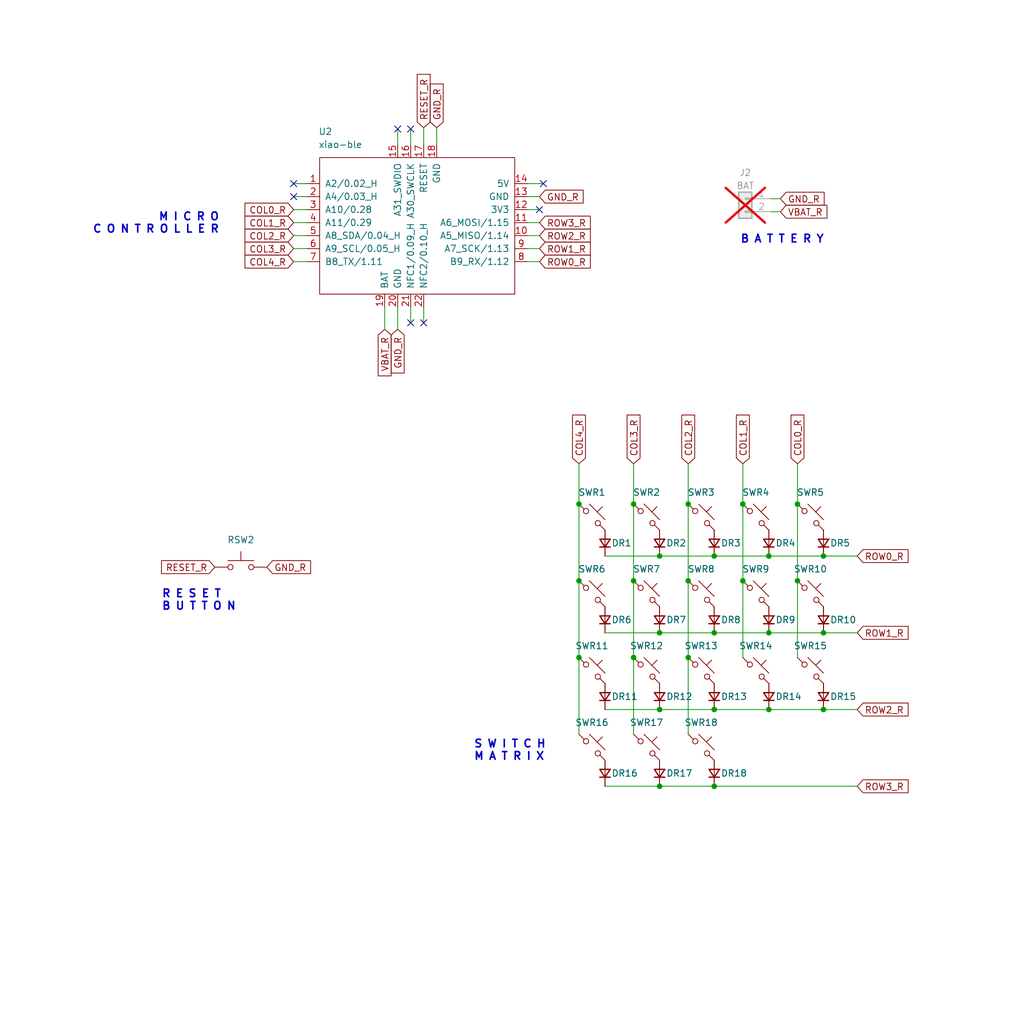
<source format=kicad_sch>
(kicad_sch (version 20231120) (generator "eeschema") (generator_version "8.0")
  (paper "User" 200 200)
  (title_block (title "Karma Wireless Split Ergonomic Keyboard") (date "2023-04-04") (rev "0.32"))
  (lib_symbols
    (symbol "Connector_Generic:Conn_01x02" (pin_names (offset 1.016) hide)
      (property "Reference" "J" (at 0 2.54 0))
      (property "Value" "Conn_01x02" (at 0 -5.08 0))
      (symbol "Conn_01x02_1_1"
        (rectangle (start -1.27 -2.413) (end 0 -2.667) (stroke (width 0.1524)))
        (rectangle (start -1.27 0.127) (end 0 -0.127) (stroke (width 0.1524)))
        (rectangle (start -1.27 1.27) (end 1.27 -3.81) (stroke (width 0.254)) (fill (type background)))
        (pin passive line (at -5.08 0 0) (length 3.81) (name "Pin_1") (number "1"))
        (pin passive line (at -5.08 -2.54 0) (length 3.81) (name "Pin_2") (number "2"))
      )
    )
    (symbol "Device:D_Small" (pin_numbers hide) (pin_names (offset 0.254) hide)
      (property "Reference" "D" (at -1.27 2.032 0))
      (property "Value" "D_Small" (at -3.81 -2.032 0))
      (symbol "D_Small_0_1"
        (polyline (pts (xy -0.762 -1.016) (xy -0.762 1.016)) (stroke (width 0.254)))
        (polyline (pts (xy -0.762 0) (xy 0.762 0)))
        (polyline (pts (xy 0.762 -1.016) (xy -0.762 0) (xy 0.762 1.016) (xy 0.762 -1.016)) (stroke (width 0.254)))
      )
      (symbol "D_Small_1_1"
        (pin passive line (at -2.54 0 0) (length 1.778) (name "K") (number "1"))
        (pin passive line (at 2.54 0 180) (length 1.778) (name "A") (number "2"))
      )
    )
    (symbol "Switch:SW_Push" (pin_numbers hide) (pin_names (offset 1.016) hide)
      (property "Reference" "SW" (at 1.27 2.54 0))
      (property "Value" "SW_Push" (at 0 -1.524 0))
      (symbol "SW_Push_0_1"
        (circle (center -2.032 0) (radius 0.508))
        (polyline (pts (xy 0 1.27) (xy 0 3.048)))
        (polyline (pts (xy 2.54 1.27) (xy -2.54 1.27)))
        (circle (center 2.032 0) (radius 0.508))
        (pin passive line (at -5.08 0 0) (length 2.54) (name "1") (number "1"))
        (pin passive line (at 5.08 0 180) (length 2.54) (name "2") (number "2"))
      )
    )
    (symbol "Switch:SW_Push_45deg" (pin_numbers hide) (pin_names (offset 1.016) hide)
      (property "Reference" "SW" (at 3.048 1.016 0))
      (property "Value" "SW_Push_45deg" (at 0 -3.81 0))
      (symbol "SW_Push_45deg_0_1"
        (circle (center -1.1684 1.1684) (radius 0.508))
        (polyline (pts (xy -0.508 2.54) (xy 2.54 -0.508)))
        (polyline (pts (xy 1.016 1.016) (xy 2.032 2.032)))
        (polyline (pts (xy -2.54 2.54) (xy -1.524 1.524) (xy -1.524 1.524)))
        (polyline (pts (xy 1.524 -1.524) (xy 2.54 -2.54) (xy 2.54 -2.54) (xy 2.54 -2.54)))
        (circle (center 1.143 -1.1938) (radius 0.508))
        (pin passive line (at -2.54 2.54 0) (length 0) (name "1") (number "1"))
        (pin passive line (at 2.54 -2.54 180) (length 0) (name "2") (number "2"))
      )
    )
    (symbol "mcu:xiao-ble" (pin_names (offset 1.016))
      (property "Reference" "U" (at -17.78 16.51 0))
      (property "Value" "xiao-ble" (at -15.24 13.97 0))
      (symbol "xiao-ble_0_1"
        (rectangle (start -19.05 12.7) (end 19.05 -13.97))
      )
      (symbol "xiao-ble_1_1"
        (pin bidirectional line (at -21.59 7.62 0) (length 2.54) (name "A2/0.02_H") (number "1"))
        (pin bidirectional line (at 21.59 -2.54 180) (length 2.54) (name "A5_MISO/1.14") (number "10"))
        (pin bidirectional line (at 21.59 0 180) (length 2.54) (name "A6_MOSI/1.15") (number "11"))
        (pin power_out line (at 21.59 2.54 180) (length 2.54) (name "3V3") (number "12"))
        (pin power_out line (at 21.59 5.08 180) (length 2.54) (name "GND") (number "13"))
        (pin power_out line (at 21.59 7.62 180) (length 2.54) (name "5V") (number "14"))
        (pin input line (at -3.81 15.24 270) (length 2.54) (name "A31_SWDIO") (number "15"))
        (pin input line (at -1.27 15.24 270) (length 2.54) (name "A30_SWCLK") (number "16"))
        (pin input line (at 1.27 15.24 270) (length 2.54) (name "RESET") (number "17"))
        (pin power_out line (at 3.81 15.24 270) (length 2.54) (name "GND") (number "18"))
        (pin bidirectional line (at -6.35 -16.51 90) (length 2.54) (name "BAT") (number "19"))
        (pin bidirectional line (at -21.59 5.08 0) (length 2.54) (name "A4/0.03_H") (number "2"))
        (pin power_out line (at -3.81 -16.51 90) (length 2.54) (name "GND") (number "20"))
        (pin bidirectional line (at -1.27 -16.51 90) (length 2.54) (name "NFC1/0.09_H") (number "21"))
        (pin bidirectional line (at 1.27 -16.51 90) (length 2.54) (name "NFC2/0.10_H") (number "22"))
        (pin bidirectional line (at -21.59 2.54 0) (length 2.54) (name "A10/0.28") (number "3"))
        (pin bidirectional line (at -21.59 0 0) (length 2.54) (name "A11/0.29") (number "4"))
        (pin bidirectional line (at -21.59 -2.54 0) (length 2.54) (name "A8_SDA/0.04_H") (number "5"))
        (pin bidirectional line (at -21.59 -5.08 0) (length 2.54) (name "A9_SCL/0.05_H") (number "6"))
        (pin bidirectional line (at -21.59 -7.62 0) (length 2.54) (name "B8_TX/1.11") (number "7"))
        (pin bidirectional line (at 21.59 -7.62 180) (length 2.54) (name "B9_RX/1.12") (number "8"))
        (pin bidirectional line (at 21.59 -5.08 180) (length 2.54) (name "A7_SCK/1.13") (number "9"))
      )
    )
  )
  (junction (at 150.1648 123.5964))
  (junction (at 139.4968 108.6104))
  (junction (at 134.4168 98.4504))
  (junction (at 128.8288 108.6104))
  (junction (at 128.8288 138.5824))
  (junction (at 139.4968 123.5964))
  (junction (at 139.4968 138.5824))
  (junction (at 139.4968 153.5684))
  (junction (at 155.7528 98.4504))
  (junction (at 160.8328 108.6104))
  (junction (at 145.0848 113.4364))
  (junction (at 160.8328 138.5824))
  (junction (at 145.0848 98.4504))
  (junction (at 134.4168 128.4224))
  (junction (at 128.8288 123.5964))
  (junction (at 123.7488 98.4504))
  (junction (at 123.7488 128.4224))
  (junction (at 113.0808 113.4364))
  (junction (at 128.8288 153.5684))
  (junction (at 150.1648 108.6104))
  (junction (at 155.7528 113.4364))
  (junction (at 113.0808 98.4504))
  (junction (at 150.1648 138.5824))
  (junction (at 134.4168 113.4364))
  (junction (at 160.8328 123.5964))
  (junction (at 123.7488 113.4364))
  (junction (at 113.0808 128.4224))
  (no_connect (at 106.1212 35.8648))
  (no_connect (at 57.3532 38.4048))
  (no_connect (at 57.3532 35.8648))
  (no_connect (at 105.3592 40.9448))
  (no_connect (at 80.2132 63.0428))
  (no_connect (at 80.2132 25.1968))
  (no_connect (at 82.7532 63.0428))
  (no_connect (at 77.6732 25.1968))
  (wire (pts (xy 160.8328 108.6104) (xy 167.4368 108.6104)))
  (wire (pts (xy 160.8328 123.5964) (xy 167.4368 123.5964)))
  (wire (pts (xy 85.2932 24.9428) (xy 85.2932 28.2448)))
  (wire (pts (xy 128.8288 108.6104) (xy 139.4968 108.6104)))
  (wire (pts (xy 113.0808 90.5764) (xy 113.0808 98.4504)))
  (wire (pts (xy 118.1608 153.5684) (xy 128.8288 153.5684)))
  (wire (pts (xy 155.7528 90.5764) (xy 155.7528 98.4504)))
  (wire (pts (xy 152.4254 38.8112) (xy 150.6474 38.8112)))
  (wire (pts (xy 145.0848 90.5764) (xy 145.0848 98.4504)))
  (wire (pts (xy 155.7528 113.4364) (xy 155.7528 128.4224)))
  (wire (pts (xy 134.4168 113.4364) (xy 134.4168 128.4224)))
  (wire (pts (xy 82.7532 59.9948) (xy 82.7532 63.0428)))
  (wire (pts (xy 139.4968 138.5824) (xy 150.1648 138.5824)))
  (wire (pts (xy 123.7488 113.4364) (xy 123.7488 128.4224)))
  (wire (pts (xy 128.8288 123.5964) (xy 139.4968 123.5964)))
  (wire (pts (xy 123.7488 98.4504) (xy 123.7488 113.4364)))
  (wire (pts (xy 118.1608 108.6104) (xy 128.8288 108.6104)))
  (wire (pts (xy 139.4968 153.5684) (xy 167.4368 153.5684)))
  (wire (pts (xy 113.0808 98.4504) (xy 113.0808 113.4364)))
  (wire (pts (xy 128.8288 138.5824) (xy 139.4968 138.5824)))
  (wire (pts (xy 77.6732 59.9948) (xy 77.6732 64.3128)))
  (wire (pts (xy 160.8328 138.5824) (xy 167.4368 138.5824)))
  (wire (pts (xy 150.6474 41.3512) (xy 152.4254 41.3512)))
  (wire (pts (xy 118.1608 123.5964) (xy 128.8288 123.5964)))
  (wire (pts (xy 123.7488 128.4224) (xy 123.7488 143.4084)))
  (wire (pts (xy 155.7528 98.4504) (xy 155.7528 113.4364)))
  (wire (pts (xy 77.6732 25.1968) (xy 77.6732 28.2448)))
  (wire (pts (xy 103.0732 38.4048) (xy 105.3592 38.4048)))
  (wire (pts (xy 82.7532 24.9428) (xy 82.7532 28.2448)))
  (wire (pts (xy 150.1648 108.6104) (xy 160.8328 108.6104)))
  (wire (pts (xy 134.4168 98.4504) (xy 134.4168 113.4364)))
  (wire (pts (xy 128.8288 153.5684) (xy 139.4968 153.5684)))
  (wire (pts (xy 134.4168 128.4224) (xy 134.4168 143.4084)))
  (wire (pts (xy 139.4968 108.6104) (xy 150.1648 108.6104)))
  (wire (pts (xy 113.0808 113.4364) (xy 113.0808 128.4224)))
  (wire (pts (xy 150.1648 123.5964) (xy 160.8328 123.5964)))
  (wire (pts (xy 145.0848 98.4504) (xy 145.0848 113.4364)))
  (wire (pts (xy 103.0732 48.5648) (xy 105.3592 48.5648)))
  (wire (pts (xy 139.4968 123.5964) (xy 150.1648 123.5964)))
  (wire (pts (xy 57.3532 46.0248) (xy 59.8932 46.0248)))
  (wire (pts (xy 103.0732 46.0248) (xy 105.3592 46.0248)))
  (wire (pts (xy 57.3532 38.4048) (xy 59.8932 38.4048)))
  (wire (pts (xy 57.3532 35.8648) (xy 59.8932 35.8648)))
  (wire (pts (xy 57.3532 48.5648) (xy 59.8932 48.5648)))
  (wire (pts (xy 113.0808 128.4224) (xy 113.0808 143.4084)))
  (wire (pts (xy 75.1332 59.9948) (xy 75.1332 64.3128)))
  (wire (pts (xy 145.0848 113.4364) (xy 145.0848 128.4224)))
  (wire (pts (xy 118.1608 138.5824) (xy 128.8288 138.5824)))
  (wire (pts (xy 123.7488 90.5764) (xy 123.7488 98.4504)))
  (wire (pts (xy 103.0732 51.1048) (xy 105.3592 51.1048)))
  (wire (pts (xy 150.1648 138.5824) (xy 160.8328 138.5824)))
  (wire (pts (xy 134.4168 90.5764) (xy 134.4168 98.4504)))
  (wire (pts (xy 103.0732 35.8648) (xy 106.1212 35.8648)))
  (wire (pts (xy 57.3532 43.4848) (xy 59.8932 43.4848)))
  (wire (pts (xy 57.3532 51.1048) (xy 59.8932 51.1048)))
  (wire (pts (xy 80.2132 25.1968) (xy 80.2132 28.2448)))
  (wire (pts (xy 80.2132 59.9948) (xy 80.2132 63.0428)))
  (wire (pts (xy 57.3532 40.9448) (xy 59.8932 40.9448)))
  (wire (pts (xy 103.0732 40.9448) (xy 105.3592 40.9448)))
  (wire (pts (xy 103.0732 43.4848) (xy 105.3592 43.4848)))
  (text "S W I T C H\nM A T R I X" (at 92.5068 148.7424 0) (effects (font (size 1.5 1.5) (thickness 0.3) (bold yes)) (justify left bottom)))
  (text "B A T T E R Y" (at 144.5514 47.7012 0) (effects (font (size 1.5 1.5) (thickness 0.3) (bold yes)) (justify left bottom)))
  (text "R E S E T \nB U T T O N" (at 31.5468 119.4054 0) (effects (font (size 1.5 1.5) (thickness 0.3) (bold yes)) (justify left bottom)))
  (text "M I C R O\nC O N T R O L L E R" (at 42.8752 45.7708 0) (effects (font (size 1.5 1.5) (thickness 0.3) (bold yes)) (justify right bottom)))
  (global_label "ROW3_R" (shape input) (at 105.3592 43.4848 0) (property "Intersheetrefs" "${INTERSHEET_REFS}" (effects (hide yes))))
  (global_label "GND_R" (shape input) (at 85.2932 24.9428 90) (property "Intersheetrefs" "${INTERSHEET_REFS}" (effects (hide yes))))
  (global_label "ROW1_R" (shape input) (at 167.4368 123.5964 0) (property "Intersheetrefs" "${INTERSHEET_REFS}" (effects (hide yes))))
  (global_label "VBAT_R" (shape input) (at 152.4254 41.3512 0) (property "Intersheetrefs" "${INTERSHEET_REFS}" (effects (hide yes))))
  (global_label "COL1_R" (shape input) (at 145.0848 90.5764 90) (property "Intersheetrefs" "${INTERSHEET_REFS}" (effects (hide yes))))
  (global_label "COL2_R" (shape input) (at 57.3532 46.0248 180) (property "Intersheetrefs" "${INTERSHEET_REFS}" (effects (hide yes))))
  (global_label "GND_R" (shape input) (at 77.6732 64.3128 270) (property "Intersheetrefs" "${INTERSHEET_REFS}" (effects (hide yes))))
  (global_label "COL0_R" (shape input) (at 155.7528 90.5764 90) (property "Intersheetrefs" "${INTERSHEET_REFS}" (effects (hide yes))))
  (global_label "COL0_R" (shape input) (at 57.3532 40.9448 180) (property "Intersheetrefs" "${INTERSHEET_REFS}" (effects (hide yes))))
  (global_label "ROW0_R" (shape input) (at 167.4368 108.6104 0) (property "Intersheetrefs" "${INTERSHEET_REFS}" (effects (hide yes))))
  (global_label "VBAT_R" (shape input) (at 75.1332 64.3128 270) (property "Intersheetrefs" "${INTERSHEET_REFS}" (effects (hide yes))))
  (global_label "ROW2_R" (shape input) (at 167.4368 138.5824 0) (property "Intersheetrefs" "${INTERSHEET_REFS}" (effects (hide yes))))
  (global_label "GND_R" (shape input) (at 52.1208 110.7694 0) (property "Intersheetrefs" "${INTERSHEET_REFS}" (effects (hide yes))))
  (global_label "COL1_R" (shape input) (at 57.3532 43.4848 180) (property "Intersheetrefs" "${INTERSHEET_REFS}" (effects (hide yes))))
  (global_label "COL4_R" (shape input) (at 57.3532 51.1048 180) (property "Intersheetrefs" "${INTERSHEET_REFS}" (effects (hide yes))))
  (global_label "RESET_R" (shape input) (at 82.7532 24.9428 90) (property "Intersheetrefs" "${INTERSHEET_REFS}" (effects (hide yes))))
  (global_label "ROW2_R" (shape input) (at 105.3592 46.0248 0) (property "Intersheetrefs" "${INTERSHEET_REFS}" (effects (hide yes))))
  (global_label "GND_R" (shape input) (at 152.4254 38.8112 0) (property "Intersheetrefs" "${INTERSHEET_REFS}" (effects (hide yes))))
  (global_label "GND_R" (shape input) (at 105.3592 38.4048 0) (property "Intersheetrefs" "${INTERSHEET_REFS}" (effects (hide yes))))
  (global_label "COL3_R" (shape input) (at 57.3532 48.5648 180) (property "Intersheetrefs" "${INTERSHEET_REFS}" (effects (hide yes))))
  (global_label "ROW1_R" (shape input) (at 105.3592 48.5648 0) (property "Intersheetrefs" "${INTERSHEET_REFS}" (effects (hide yes))))
  (global_label "COL3_R" (shape input) (at 123.7488 90.5764 90) (property "Intersheetrefs" "${INTERSHEET_REFS}" (effects (hide yes))))
  (global_label "ROW0_R" (shape input) (at 105.3592 51.1048 0) (property "Intersheetrefs" "${INTERSHEET_REFS}" (effects (hide yes))))
  (global_label "COL2_R" (shape input) (at 134.4168 90.5764 90) (property "Intersheetrefs" "${INTERSHEET_REFS}" (effects (hide yes))))
  (global_label "COL4_R" (shape input) (at 113.0808 90.5764 90) (property "Intersheetrefs" "${INTERSHEET_REFS}" (effects (hide yes))))
  (global_label "RESET_R" (shape input) (at 41.9608 110.7694 180) (property "Intersheetrefs" "${INTERSHEET_REFS}" (effects (hide yes))))
  (global_label "ROW3_R" (shape input) (at 167.4368 153.5684 0) (property "Intersheetrefs" "${INTERSHEET_REFS}" (effects (hide yes))))
  (symbol (lib_id "Device:D_Small") (at 139.4968 121.0564 90) (unit 1)
    (property "Reference" "DR8" (at 140.7668 121.0564 90) (effects (justify right)))
    (property "Value" "D_Small" (effects (hide yes)))
    (property "Footprint" "karmalib:Diode_SOD123" (effects (hide yes)))
  )
  (symbol (lib_id "Device:D_Small") (at 128.8288 106.0704 90) (unit 1)
    (property "Reference" "DR2" (at 130.0988 106.0704 90) (effects (justify right)))
    (property "Value" "D_Small" (effects (hide yes)))
    (property "Footprint" "karmalib:Diode_SOD123" (effects (hide yes)))
  )
  (symbol (lib_id "Device:D_Small") (at 118.1608 121.0564 90) (unit 1)
    (property "Reference" "DR6" (at 119.4308 121.0564 90) (effects (justify right)))
    (property "Value" "D_Small" (effects (hide yes)))
    (property "Footprint" "karmalib:Diode_SOD123" (effects (hide yes)))
  )
  (symbol (lib_id "Switch:SW_Push_45deg") (at 147.6248 130.9624 0) (unit 1)
    (property "Reference" "SWR14" (at 147.6248 126.1364 0))
    (property "Value" "SW_Push_45deg" (effects (hide yes)))
    (property "Footprint" "karmalib:Kailh_Socket_PG1350_Optional" (effects (hide yes)))
  )
  (symbol (lib_id "Switch:SW_Push_45deg") (at 136.9568 115.9764 0) (unit 1)
    (property "Reference" "SWR8" (at 136.9568 111.1504 0))
    (property "Value" "SW_Push_45deg" (effects (hide yes)))
    (property "Footprint" "karmalib:Kailh_Socket_PG1350_Optional" (effects (hide yes)))
  )
  (symbol (lib_id "Switch:SW_Push_45deg") (at 136.9568 100.9904 0) (unit 1)
    (property "Reference" "SWR3" (at 136.9568 96.1644 0))
    (property "Value" "SW_Push_45deg" (effects (hide yes)))
    (property "Footprint" "karmalib:Kailh_Socket_PG1350_Optional" (effects (hide yes)))
  )
  (symbol (lib_id "Switch:SW_Push_45deg") (at 126.2888 130.9624 0) (unit 1)
    (property "Reference" "SWR12" (at 126.2888 126.1364 0))
    (property "Value" "SW_Push_45deg" (effects (hide yes)))
    (property "Footprint" "karmalib:Kailh_Socket_PG1350_Optional" (effects (hide yes)))
  )
  (symbol (lib_id "Device:D_Small") (at 128.8288 136.0424 90) (unit 1)
    (property "Reference" "DR12" (at 130.0988 136.0424 90) (effects (justify right)))
    (property "Value" "D_Small" (effects (hide yes)))
    (property "Footprint" "karmalib:Diode_SOD123" (effects (hide yes)))
  )
  (symbol (lib_id "Device:D_Small") (at 139.4968 136.0424 90) (unit 1)
    (property "Reference" "DR13" (at 140.7668 136.0424 90) (effects (justify right)))
    (property "Value" "D_Small" (effects (hide yes)))
    (property "Footprint" "karmalib:Diode_SOD123" (effects (hide yes)))
  )
  (symbol (lib_id "Switch:SW_Push_45deg") (at 115.6208 130.9624 0) (unit 1)
    (property "Reference" "SWR11" (at 115.6208 126.1364 0))
    (property "Value" "SW_Push_45deg" (effects (hide yes)))
    (property "Footprint" "karmalib:Kailh_Socket_PG1350_Optional" (effects (hide yes)))
  )
  (symbol (lib_id "Device:D_Small") (at 139.4968 151.0284 90) (unit 1)
    (property "Reference" "DR18" (at 140.7668 151.0284 90) (effects (justify right)))
    (property "Value" "D_Small" (effects (hide yes)))
    (property "Footprint" "karmalib:Diode_SOD123" (effects (hide yes)))
  )
  (symbol (lib_id "Switch:SW_Push_45deg") (at 115.6208 145.9484 0) (unit 1)
    (property "Reference" "SWR16" (at 115.6208 141.1224 0))
    (property "Value" "SW_Push_45deg" (effects (hide yes)))
    (property "Footprint" "karmalib:Kailh_Socket_PG1350_Optional" (effects (hide yes)))
  )
  (symbol (lib_id "Device:D_Small") (at 118.1608 136.0424 90) (unit 1)
    (property "Reference" "DR11" (at 119.4308 136.0424 90) (effects (justify right)))
    (property "Value" "D_Small" (effects (hide yes)))
    (property "Footprint" "karmalib:Diode_SOD123" (effects (hide yes)))
  )
  (symbol (lib_id "Device:D_Small") (at 150.1648 106.0704 90) (unit 1)
    (property "Reference" "DR4" (at 151.4348 106.0704 90) (effects (justify right)))
    (property "Value" "D_Small" (effects (hide yes)))
    (property "Footprint" "karmalib:Diode_SOD123" (effects (hide yes)))
  )
  (symbol (lib_id "Switch:SW_Push_45deg") (at 126.2888 100.9904 0) (unit 1)
    (property "Reference" "SWR2" (at 126.2888 96.1644 0))
    (property "Value" "SW_Push_45deg" (effects (hide yes)))
    (property "Footprint" "karmalib:Kailh_Socket_PG1350_Optional" (effects (hide yes)))
  )
  (symbol (lib_id "Device:D_Small") (at 160.8328 136.0424 90) (unit 1)
    (property "Reference" "DR15" (at 162.1028 136.0424 90) (effects (justify right)))
    (property "Value" "D_Small" (effects (hide yes)))
    (property "Footprint" "karmalib:Diode_SOD123" (effects (hide yes)))
  )
  (symbol (lib_id "Device:D_Small") (at 160.8328 106.0704 90) (unit 1)
    (property "Reference" "DR5" (at 162.1028 106.0704 90) (effects (justify right)))
    (property "Value" "D_Small" (effects (hide yes)))
    (property "Footprint" "karmalib:Diode_SOD123" (effects (hide yes)))
  )
  (symbol (lib_id "Device:D_Small") (at 139.4968 106.0704 90) (unit 1)
    (property "Reference" "DR3" (at 140.7668 106.0704 90) (effects (justify right)))
    (property "Value" "D_Small" (effects (hide yes)))
    (property "Footprint" "karmalib:Diode_SOD123" (effects (hide yes)))
  )
  (symbol (lib_id "Device:D_Small") (at 118.1608 106.0704 90) (unit 1)
    (property "Reference" "DR1" (at 119.4308 106.0704 90) (effects (justify right)))
    (property "Value" "D_Small" (effects (hide yes)))
    (property "Footprint" "karmalib:Diode_SOD123" (effects (hide yes)))
  )
  (symbol (lib_id "Switch:SW_Push") (at 47.0408 110.7694 0) (unit 1)
    (property "Reference" "RSW2" (at 47.0408 105.4354 0))
    (property "Value" "SW_Push" (effects (hide yes)))
    (property "Footprint" "karmalib:SKHLLCA010" (effects (hide yes)))
  )
  (symbol (lib_id "Switch:SW_Push_45deg") (at 136.9568 130.9624 0) (unit 1)
    (property "Reference" "SWR13" (at 136.9568 126.1364 0))
    (property "Value" "SW_Push_45deg" (effects (hide yes)))
    (property "Footprint" "karmalib:Kailh_Socket_PG1350_Optional" (effects (hide yes)))
  )
  (symbol (lib_id "Switch:SW_Push_45deg") (at 115.6208 115.9764 0) (unit 1)
    (property "Reference" "SWR6" (at 115.6208 111.1504 0))
    (property "Value" "SW_Push_45deg" (effects (hide yes)))
    (property "Footprint" "karmalib:Kailh_Socket_PG1350_Optional" (effects (hide yes)))
  )
  (symbol (lib_id "Device:D_Small") (at 128.8288 121.0564 90) (unit 1)
    (property "Reference" "DR7" (at 130.0988 121.0564 90) (effects (justify right)))
    (property "Value" "D_Small" (effects (hide yes)))
    (property "Footprint" "karmalib:Diode_SOD123" (effects (hide yes)))
  )
  (symbol (lib_id "Switch:SW_Push_45deg") (at 126.2888 115.9764 0) (unit 1)
    (property "Reference" "SWR7" (at 126.2888 111.1504 0))
    (property "Value" "SW_Push_45deg" (effects (hide yes)))
    (property "Footprint" "karmalib:Kailh_Socket_PG1350_Optional" (effects (hide yes)))
  )
  (symbol (lib_id "Device:D_Small") (at 128.8288 151.0284 90) (unit 1)
    (property "Reference" "DR17" (at 130.0988 151.0284 90) (effects (justify right)))
    (property "Value" "D_Small" (effects (hide yes)))
    (property "Footprint" "karmalib:Diode_SOD123" (effects (hide yes)))
  )
  (symbol (lib_id "Switch:SW_Push_45deg") (at 147.6248 100.9904 0) (unit 1)
    (property "Reference" "SWR4" (at 147.6248 96.1644 0))
    (property "Value" "SW_Push_45deg" (effects (hide yes)))
    (property "Footprint" "karmalib:Kailh_Socket_PG1350_Optional" (effects (hide yes)))
  )
  (symbol (lib_id "Connector_Generic:Conn_01x02") (at 145.5674 38.8112 0) (mirror y) (unit 1) (dnp yes)
    (property "Reference" "J2" (at 145.5674 33.7312 0))
    (property "Value" "BAT" (at 145.5674 36.2712 0))
    (property "Footprint" "Connector_PinHeader_2.54mm:PinHeader_1x02_P2.54mm_Vertical" (effects (hide yes)))
  )
  (symbol (lib_id "Device:D_Small") (at 160.8328 121.0564 90) (unit 1)
    (property "Reference" "DR10" (at 162.1028 121.0564 90) (effects (justify right)))
    (property "Value" "D_Small" (effects (hide yes)))
    (property "Footprint" "karmalib:Diode_SOD123" (effects (hide yes)))
  )
  (symbol (lib_id "Switch:SW_Push_45deg") (at 158.2928 115.9764 0) (unit 1)
    (property "Reference" "SWR10" (at 158.2928 111.1504 0))
    (property "Value" "SW_Push_45deg" (effects (hide yes)))
    (property "Footprint" "karmalib:Kailh_Socket_PG1350_Optional" (effects (hide yes)))
  )
  (symbol (lib_id "Device:D_Small") (at 150.1648 136.0424 90) (unit 1)
    (property "Reference" "DR14" (at 151.4348 136.0424 90) (effects (justify right)))
    (property "Value" "D_Small" (effects (hide yes)))
    (property "Footprint" "karmalib:Diode_SOD123" (effects (hide yes)))
  )
  (symbol (lib_id "Device:D_Small") (at 150.1648 121.0564 90) (unit 1)
    (property "Reference" "DR9" (at 151.4348 121.0564 90) (effects (justify right)))
    (property "Value" "D_Small" (effects (hide yes)))
    (property "Footprint" "karmalib:Diode_SOD123" (effects (hide yes)))
  )
  (symbol (lib_id "Switch:SW_Push_45deg") (at 136.9568 145.9484 0) (unit 1)
    (property "Reference" "SWR18" (at 136.9568 141.1224 0))
    (property "Value" "SW_Push_45deg" (effects (hide yes)))
    (property "Footprint" "karmalib:Kailh_Socket_PG1350_Optional" (effects (hide yes)))
  )
  (symbol (lib_id "Switch:SW_Push_45deg") (at 147.6248 115.9764 0) (unit 1)
    (property "Reference" "SWR9" (at 147.6248 111.1504 0))
    (property "Value" "SW_Push_45deg" (effects (hide yes)))
    (property "Footprint" "karmalib:Kailh_Socket_PG1350_Optional" (effects (hide yes)))
  )
  (symbol (lib_id "Switch:SW_Push_45deg") (at 158.2928 100.9904 0) (unit 1)
    (property "Reference" "SWR5" (at 158.2928 96.1644 0))
    (property "Value" "SW_Push_45deg" (effects (hide yes)))
    (property "Footprint" "karmalib:Kailh_Socket_PG1350_Optional" (effects (hide yes)))
  )
  (symbol (lib_id "Switch:SW_Push_45deg") (at 126.2888 145.9484 0) (unit 1)
    (property "Reference" "SWR17" (at 126.2888 141.1224 0))
    (property "Value" "SW_Push_45deg" (effects (hide yes)))
    (property "Footprint" "karmalib:Kailh_Socket_PG1350_Optional" (effects (hide yes)))
  )
  (symbol (lib_id "mcu:xiao-ble") (at 81.4832 43.4848 0) (unit 1)
    (property "Reference" "U2" (at 62.1792 25.7048 0) (effects (justify left)))
    (property "Value" "xiao-ble" (at 62.1792 28.2448 0) (effects (justify left)))
    (property "Footprint" "karmalib:XIAO_nRF52840_SMD_Cutout" (effects (hide yes)))
  )
  (symbol (lib_id "Switch:SW_Push_45deg") (at 115.6208 100.9904 0) (unit 1)
    (property "Reference" "SWR1" (at 115.6208 96.1644 0))
    (property "Value" "SW_Push_45deg" (effects (hide yes)))
    (property "Footprint" "karmalib:Kailh_Socket_PG1350_Optional" (effects (hide yes)))
  )
  (symbol (lib_id "Switch:SW_Push_45deg") (at 158.2928 130.9624 0) (unit 1)
    (property "Reference" "SWR15" (at 158.2928 126.1364 0))
    (property "Value" "SW_Push_45deg" (effects (hide yes)))
    (property "Footprint" "karmalib:Kailh_Socket_PG1350_Optional" (effects (hide yes)))
  )
  (symbol (lib_id "Device:D_Small") (at 118.1608 151.0284 90) (unit 1)
    (property "Reference" "DR16" (at 119.4308 151.0284 90) (effects (justify right)))
    (property "Value" "D_Small" (effects (hide yes)))
    (property "Footprint" "karmalib:Diode_SOD123" (effects (hide yes)))
  )
)
</source>
